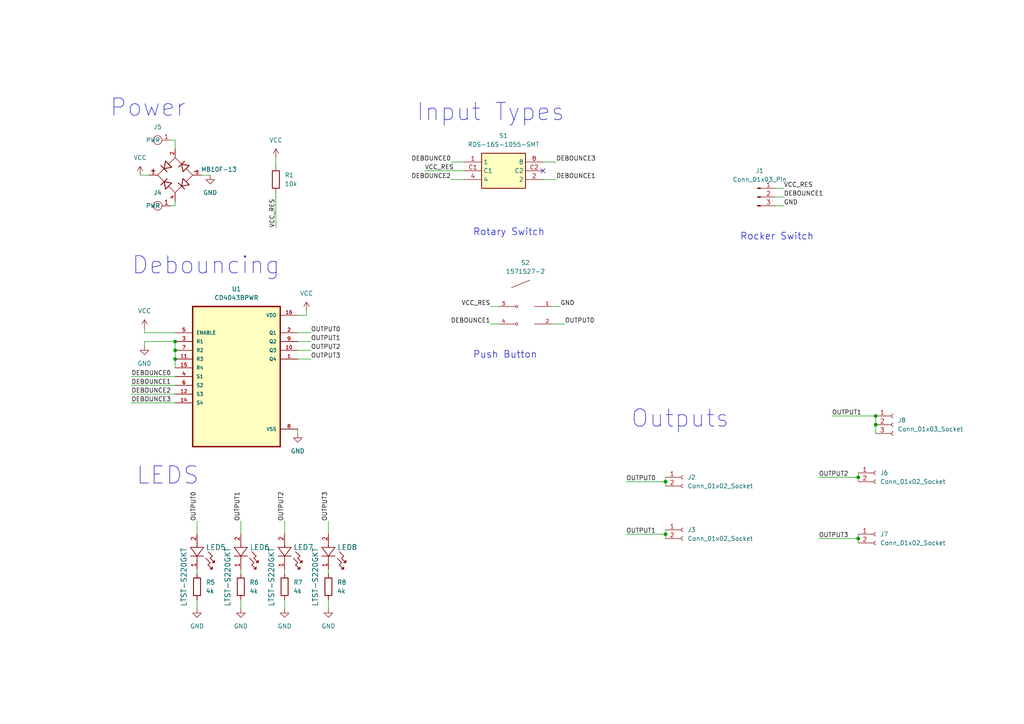
<source format=kicad_sch>
(kicad_sch (version 20230121) (generator eeschema)
  (paper "A4")
  (lib_symbols
    (symbol "Connector:Conn_01x02_Socket" (pin_names (offset 1.016) hide)
      (property "Reference" "J" (at 0 2.54 0))
      (property "Value" "Conn_01x02_Socket" (at 0 -5.08 0))
      (symbol "Conn_01x02_Socket_1_1"
        (arc (start 0 -2.032) (mid -0.5058 -2.54) (end 0 -3.048) (stroke (width 0.1524)))
        (polyline (pts (xy -1.27 -2.54) (xy -0.508 -2.54)) (stroke (width 0.1524)))
        (polyline (pts (xy -1.27 0) (xy -0.508 0)) (stroke (width 0.1524)))
        (arc (start 0 0.508) (mid -0.5058 0) (end 0 -0.508) (stroke (width 0.1524)))
        (pin passive line (at -5.08 0 0) (length 3.81) (name "Pin_1") (number "1"))
        (pin passive line (at -5.08 -2.54 0) (length 3.81) (name "Pin_2") (number "2"))
      )
    )
    (symbol "Connector:Conn_01x03_Pin" (pin_names (offset 1.016) hide)
      (property "Reference" "J" (at 0 5.08 0))
      (property "Value" "Conn_01x03_Pin" (at 0 -5.08 0))
      (symbol "Conn_01x03_Pin_1_1"
        (polyline (pts (xy 1.27 -2.54) (xy 0.8636 -2.54)) (stroke (width 0.1524)))
        (polyline (pts (xy 1.27 0) (xy 0.8636 0)) (stroke (width 0.1524)))
        (polyline (pts (xy 1.27 2.54) (xy 0.8636 2.54)) (stroke (width 0.1524)))
        (rectangle (start 0.8636 -2.413) (end 0 -2.667) (stroke (width 0.1524)) (fill (type outline)))
        (rectangle (start 0.8636 0.127) (end 0 -0.127) (stroke (width 0.1524)) (fill (type outline)))
        (rectangle (start 0.8636 2.667) (end 0 2.413) (stroke (width 0.1524)) (fill (type outline)))
        (pin passive line (at 5.08 2.54 180) (length 3.81) (name "Pin_1") (number "1"))
        (pin passive line (at 5.08 0 180) (length 3.81) (name "Pin_2") (number "2"))
        (pin passive line (at 5.08 -2.54 180) (length 3.81) (name "Pin_3") (number "3"))
      )
    )
    (symbol "Device:R" (pin_numbers hide) (pin_names (offset 0))
      (property "Reference" "R" (at 2.032 0 90))
      (property "Value" "R" (at 0 0 90))
      (symbol "R_0_1"
        (rectangle (start -1.016 -2.54) (end 1.016 2.54) (stroke (width 0.254)))
      )
      (symbol "R_1_1"
        (pin passive line (at 0 3.81 270) (length 1.27) (name "~") (number "1"))
        (pin passive line (at 0 -3.81 90) (length 1.27) (name "~") (number "2"))
      )
    )
    (symbol "DigitalLogicLibrary:1571527-2" (pin_names (offset 1.016))
      (property "Reference" "S2" (at 0 -12.7 0))
      (property "Value" "1571527-2" (at 0 -10.16 0))
      (symbol "1571527-2_0_0"
        (polyline (pts (xy -2.54 0) (xy -5.08 0)) (stroke (width 0.1524)))
        (polyline (pts (xy -2.54 5.08) (xy -5.08 5.08)) (stroke (width 0.1524)))
        (polyline (pts (xy -1.27 -7.62) (xy 4.064 -5.4864)) (stroke (width 0.1524)))
        (polyline (pts (xy 5.08 0) (xy 2.921 0)) (stroke (width 0.1524)))
        (polyline (pts (xy 5.08 5.08) (xy 2.921 5.08)) (stroke (width 0.1524)))
        (circle (center 2.54 0) (radius 0.3302) (stroke (width 0.1524)))
        (circle (center 2.54 5.08) (radius 0.3302) (stroke (width 0.1524)))
        (pin passive line (at -7.62 0 0) (length 2.54) (name "~") (number "1"))
        (pin passive line (at 7.62 0 180) (length 2.54) (name "~") (number "3"))
      )
      (symbol "1571527-2_1_0"
        (pin passive line (at -7.62 5.08 0) (length 2.54) (name "~") (number "2"))
        (pin passive line (at 7.62 5.08 180) (length 2.54) (name "~") (number "4"))
      )
    )
    (symbol "DigitalLogicLibrary:8mm_snap" (in_bom no)
      (property "Reference" "J" (at 0 0 0))
      (symbol "8mm_snap_0_1"
        (circle (center 0 0) (radius 1.27))
      )
      (symbol "8mm_snap_1_1"
        (pin output line (at 3.81 0 180) (length 2.54) (name "PWR") (number "1"))
      )
    )
    (symbol "DigitalLogicLibrary:CD4043BPWR" (pin_names (offset 1.016))
      (property "Reference" "U" (at -12.7 21.32 0))
      (property "Value" "CD4043BPWR" (at -12.7 -24.32 0))
      (symbol "CD4043BPWR_0_0"
        (rectangle (start -12.7 20.32) (end 12.7 -20.32) (stroke (width 0.41)) (fill (type background)))
        (pin output line (at 17.78 5.08 180) (length 5.08) (name "Q4") (number "1"))
        (pin output line (at 17.78 7.62 180) (length 5.08) (name "Q3") (number "10"))
        (pin input line (at -17.78 5.08 0) (length 5.08) (name "R3") (number "11"))
        (pin input line (at -17.78 -5.08 0) (length 5.08) (name "S3") (number "12"))
        (pin input line (at -17.78 -7.62 0) (length 5.08) (name "S4") (number "14"))
        (pin input line (at -17.78 2.54 0) (length 5.08) (name "R4") (number "15"))
        (pin power_in line (at 17.78 17.78 180) (length 5.08) (name "VDD") (number "16"))
        (pin output line (at 17.78 12.7 180) (length 5.08) (name "Q1") (number "2"))
        (pin input line (at -17.78 10.16 0) (length 5.08) (name "R1") (number "3"))
        (pin input line (at -17.78 0 0) (length 5.08) (name "S1") (number "4"))
        (pin input line (at -17.78 12.7 0) (length 5.08) (name "ENABLE") (number "5"))
        (pin input line (at -17.78 -2.54 0) (length 5.08) (name "S2") (number "6"))
        (pin input line (at -17.78 7.62 0) (length 5.08) (name "R2") (number "7"))
        (pin power_in line (at 17.78 -15.24 180) (length 5.08) (name "VSS") (number "8"))
        (pin output line (at 17.78 10.16 180) (length 5.08) (name "Q2") (number "9"))
      )
    )
    (symbol "DigitalLogicLibrary:Conn_01x03_Socket" (pin_names (offset 1.016) hide)
      (property "Reference" "J" (at 0 5.08 0))
      (property "Value" "Conn_01x03_Socket" (at 0 -5.08 0))
      (symbol "Conn_01x03_Socket_1_1"
        (arc (start 0 -2.032) (mid -0.5058 -2.54) (end 0 -3.048) (stroke (width 0.1524)))
        (polyline (pts (xy -1.27 -2.54) (xy -0.508 -2.54)) (stroke (width 0.1524)))
        (polyline (pts (xy -1.27 0) (xy -0.508 0)) (stroke (width 0.1524)))
        (polyline (pts (xy -1.27 2.54) (xy -0.508 2.54)) (stroke (width 0.1524)))
        (arc (start 0 0.508) (mid -0.5058 0) (end 0 -0.508) (stroke (width 0.1524)))
        (arc (start 0 3.048) (mid -0.5058 2.54) (end 0 2.032) (stroke (width 0.1524)))
        (pin passive line (at -5.08 2.54 0) (length 3.81) (name "Pin_1") (number "1"))
        (pin passive line (at -5.08 0 0) (length 3.81) (name "Pin_2") (number "2"))
        (pin passive line (at -5.08 -2.54 0) (length 3.81) (name "Pin_3") (number "3"))
      )
    )
    (symbol "DigitalLogicLibrary:LTST-S220GKT" (pin_names (offset 0.254))
      (property "Reference" "LED" (at 5.08 -4.445 0))
      (property "Value" "LTST-S220GKT" (at 5.08 -7.62 0))
      (symbol "LTST-S220GKT_1_1"
        (polyline (pts (xy 2.54 0) (xy 3.4798 0)) (stroke (width 0.2032)))
        (polyline (pts (xy 3.175 0) (xy 3.81 0)) (stroke (width 0.2032)))
        (polyline (pts (xy 3.81 -1.905) (xy 6.35 0)) (stroke (width 0.2032)))
        (polyline (pts (xy 3.81 1.905) (xy 3.81 -1.905)) (stroke (width 0.2032)))
        (polyline (pts (xy 5.08 3.175) (xy 6.35 4.445)) (stroke (width 0.2032)))
        (polyline (pts (xy 6.35 -1.905) (xy 6.35 1.905)) (stroke (width 0.2032)))
        (polyline (pts (xy 6.35 0) (xy 3.81 1.905)) (stroke (width 0.2032)))
        (polyline (pts (xy 6.35 0) (xy 7.62 0)) (stroke (width 0.2032)))
        (polyline (pts (xy 6.35 4.445) (xy 6.985 3.81)) (stroke (width 0.2032)))
        (polyline (pts (xy 6.985 2.54) (xy 8.255 3.81)) (stroke (width 0.2032)))
        (polyline (pts (xy 6.985 3.81) (xy 8.255 5.08)) (stroke (width 0.2032)))
        (polyline (pts (xy 7.62 5.08) (xy 8.255 4.445)) (stroke (width 0.2032)))
        (polyline (pts (xy 8.255 3.81) (xy 8.89 3.175)) (stroke (width 0.2032)))
        (polyline (pts (xy 8.255 4.445) (xy 8.255 5.08)) (stroke (width 0.2032)))
        (polyline (pts (xy 8.255 5.08) (xy 7.62 5.08)) (stroke (width 0.2032)))
        (polyline (pts (xy 8.89 3.175) (xy 10.16 4.445)) (stroke (width 0.2032)))
        (polyline (pts (xy 9.525 4.445) (xy 10.16 3.81)) (stroke (width 0.2032)))
        (polyline (pts (xy 10.16 3.81) (xy 10.16 4.445)) (stroke (width 0.2032)))
        (polyline (pts (xy 10.16 4.445) (xy 9.525 4.445)) (stroke (width 0.2032)))
        (pin unspecified line (at 10.16 0 180) (length 2.54) (name "") (number "1"))
        (pin unspecified line (at 0 0 0) (length 2.54) (name "") (number "2"))
      )
      (symbol "LTST-S220GKT_1_2"
        (polyline (pts (xy -5.08 7.62) (xy -4.445 8.255)) (stroke (width 0.2032)))
        (polyline (pts (xy -5.08 8.255) (xy -5.08 7.62)) (stroke (width 0.2032)))
        (polyline (pts (xy -4.445 6.35) (xy -3.81 6.985)) (stroke (width 0.2032)))
        (polyline (pts (xy -4.445 8.255) (xy -5.08 8.255)) (stroke (width 0.2032)))
        (polyline (pts (xy -4.445 9.525) (xy -3.81 10.16)) (stroke (width 0.2032)))
        (polyline (pts (xy -4.445 10.16) (xy -4.445 9.525)) (stroke (width 0.2032)))
        (polyline (pts (xy -3.81 6.985) (xy -5.08 8.255)) (stroke (width 0.2032)))
        (polyline (pts (xy -3.81 8.255) (xy -3.175 8.89)) (stroke (width 0.2032)))
        (polyline (pts (xy -3.81 10.16) (xy -4.445 10.16)) (stroke (width 0.2032)))
        (polyline (pts (xy -3.175 5.08) (xy -4.445 6.35)) (stroke (width 0.2032)))
        (polyline (pts (xy -3.175 8.89) (xy -4.445 10.16)) (stroke (width 0.2032)))
        (polyline (pts (xy -2.54 6.985) (xy -3.81 8.255)) (stroke (width 0.2032)))
        (polyline (pts (xy -1.905 3.81) (xy 1.905 3.81)) (stroke (width 0.2032)))
        (polyline (pts (xy 0 2.54) (xy 0 3.4798)) (stroke (width 0.2032)))
        (polyline (pts (xy 0 3.175) (xy 0 3.81)) (stroke (width 0.2032)))
        (polyline (pts (xy 0 6.35) (xy -1.905 3.81)) (stroke (width 0.2032)))
        (polyline (pts (xy 0 6.35) (xy 0 7.62)) (stroke (width 0.2032)))
        (polyline (pts (xy 1.905 3.81) (xy 0 6.35)) (stroke (width 0.2032)))
        (polyline (pts (xy 1.905 6.35) (xy -1.905 6.35)) (stroke (width 0.2032)))
        (pin unspecified line (at 0 10.16 270) (length 2.54) (name "") (number "1"))
        (pin unspecified line (at 0 0 90) (length 2.54) (name "") (number "2"))
      )
    )
    (symbol "DigitalLogicLibrary:MB10F-13" (pin_names (offset 1.016))
      (property "Reference" "D" (at 5.08 5.08 0))
      (property "Value" "MB10F-13" (at 5.08 -7.62 0))
      (symbol "MB10F-13_0_0"
        (polyline (pts (xy -6.858 1.27) (xy -5.842 1.27)) (stroke (width 0.254)))
        (polyline (pts (xy -6.35 0.762) (xy -6.35 1.778)) (stroke (width 0.254)))
        (polyline (pts (xy -5.08 0) (xy -3.175 -1.905)) (stroke (width 0.1524)))
        (polyline (pts (xy -3.175 -1.905) (xy -2.794 -4.064)) (stroke (width 0.254)))
        (polyline (pts (xy -3.175 -1.905) (xy -1.016 -2.286)) (stroke (width 0.254)))
        (polyline (pts (xy -3.175 1.905) (xy -5.08 0)) (stroke (width 0.1524)))
        (polyline (pts (xy -3.175 1.905) (xy -2.794 4.064)) (stroke (width 0.254)))
        (polyline (pts (xy -3.175 1.905) (xy -1.016 2.286)) (stroke (width 0.254)))
        (polyline (pts (xy -2.3622 -1.0668) (xy -4.1402 -2.8448)) (stroke (width 0.254)))
        (polyline (pts (xy -2.3622 1.016) (xy -4.1402 2.794)) (stroke (width 0.254)))
        (polyline (pts (xy -1.016 -2.286) (xy -2.794 -4.064)) (stroke (width 0.254)))
        (polyline (pts (xy -1.016 2.286) (xy -2.794 4.064)) (stroke (width 0.254)))
        (polyline (pts (xy 0 -5.08) (xy -1.8034 -3.2766)) (stroke (width 0.1524)))
        (polyline (pts (xy 0 -5.08) (xy 1.905 -3.175)) (stroke (width 0.1524)))
        (polyline (pts (xy 0 5.08) (xy -1.8034 3.2766)) (stroke (width 0.1524)))
        (polyline (pts (xy 1.905 -3.175) (xy 2.286 -1.016)) (stroke (width 0.254)))
        (polyline (pts (xy 1.905 -3.175) (xy 4.064 -2.794)) (stroke (width 0.254)))
        (polyline (pts (xy 1.905 3.175) (xy 0 5.08)) (stroke (width 0.1524)))
        (polyline (pts (xy 1.905 3.175) (xy 2.286 1.016)) (stroke (width 0.254)))
        (polyline (pts (xy 1.905 3.175) (xy 4.064 2.794)) (stroke (width 0.254)))
        (polyline (pts (xy 2.7178 -4.0386) (xy 0.9398 -2.2606)) (stroke (width 0.254)))
        (polyline (pts (xy 2.7178 4.0386) (xy 1.0668 2.3876)) (stroke (width 0.254)))
        (polyline (pts (xy 3.2766 -1.8034) (xy 5.08 0)) (stroke (width 0.1524)))
        (polyline (pts (xy 4.064 -2.794) (xy 2.286 -1.016)) (stroke (width 0.254)))
        (polyline (pts (xy 4.064 2.794) (xy 2.286 1.016)) (stroke (width 0.254)))
        (polyline (pts (xy 5.08 0) (xy 3.2766 1.8034)) (stroke (width 0.1524)))
        (polyline (pts (xy 5.588 1.016) (xy 6.604 1.016)) (stroke (width 0.254)))
        (pin passive line (at -7.62 0 0) (length 2.54) (name "~") (number "1"))
        (pin passive line (at 0 7.62 270) (length 2.54) (name "~") (number "2"))
        (pin passive line (at 7.62 0 180) (length 2.54) (name "~") (number "3"))
        (pin passive line (at 0 -7.62 90) (length 2.54) (name "~") (number "4"))
      )
    )
    (symbol "DigitalLogicLibrary:RDS-16S-1055-SMT"
      (property "Reference" "S" (at 19.05 7.62 0))
      (property "Value" "RDS-16S-1055-SMT" (at 19.05 5.08 0))
      (symbol "RDS-16S-1055-SMT_1_1"
        (rectangle (start 5.08 2.54) (end 17.78 -7.62) (stroke (width 0.254)) (fill (type background)))
        (pin passive line (at 0 0 0) (length 5.08) (name "1") (number "1"))
        (pin passive line (at 22.86 -5.08 180) (length 5.08) (name "2") (number "2"))
        (pin passive line (at 0 -5.08 0) (length 5.08) (name "4") (number "4"))
        (pin passive line (at 22.86 0 180) (length 5.08) (name "8") (number "8"))
        (pin passive line (at 0 -2.54 0) (length 5.08) (name "C1") (number "C1"))
        (pin passive line (at 22.86 -2.54 180) (length 5.08) (name "C2") (number "C2"))
      )
    )
    (symbol "power:GND" (power) (pin_names (offset 0))
      (property "Value" "GND" (at 0 -3.81 0))
      (symbol "GND_0_1"
        (polyline (pts (xy 0 0) (xy 0 -1.27) (xy 1.27 -1.27) (xy 0 -2.54) (xy -1.27 -1.27) (xy 0 -1.27)))
      )
      (symbol "GND_1_1"
        (pin power_in line (at 0 0 270) (length 0) hide (name "GND") (number "1"))
      )
    )
    (symbol "power:VCC" (power) (pin_names (offset 0))
      (property "Value" "VCC" (at 0 3.81 0))
      (symbol "VCC_0_1"
        (polyline (pts (xy -0.762 1.27) (xy 0 2.54)))
        (polyline (pts (xy 0 0) (xy 0 2.54)))
        (polyline (pts (xy 0 2.54) (xy 0.762 1.27)))
      )
      (symbol "VCC_1_1"
        (pin power_in line (at 0 0 90) (length 0) hide (name "VCC") (number "1"))
      )
    )
  )
  (junction (at 193.04 139.7))
  (junction (at 50.8 101.6))
  (junction (at 254 123.19))
  (junction (at 193.04 154.94))
  (junction (at 50.8 104.14))
  (junction (at 248.92 138.43))
  (junction (at 50.8 99.06))
  (junction (at 248.92 156.21))
  (junction (at 254 120.65))
  (no_connect (at 157.48 49.53))
  (wire (pts (xy 50.8 104.14) (xy 50.8 106.68)))
  (wire (pts (xy 224.79 59.69) (xy 227.33 59.69)))
  (wire (pts (xy 38.1 116.84) (xy 50.8 116.84)))
  (wire (pts (xy 50.8 101.6) (xy 50.8 104.14)))
  (wire (pts (xy 86.36 124.46) (xy 86.36 125.73)))
  (wire (pts (xy 41.91 99.06) (xy 50.8 99.06)))
  (wire (pts (xy 50.8 58.42) (xy 50.8 59.69)))
  (wire (pts (xy 142.24 88.9) (xy 144.78 88.9)))
  (wire (pts (xy 41.91 96.52) (xy 41.91 95.25)))
  (wire (pts (xy 86.36 99.06) (xy 90.17 99.06)))
  (wire (pts (xy 160.02 88.9) (xy 162.56 88.9)))
  (wire (pts (xy 224.79 57.15) (xy 227.33 57.15)))
  (wire (pts (xy 57.15 151.13) (xy 57.15 154.94)))
  (wire (pts (xy 241.3 120.65) (xy 254 120.65)))
  (wire (pts (xy 86.36 101.6) (xy 90.17 101.6)))
  (wire (pts (xy 38.1 111.76) (xy 50.8 111.76)))
  (wire (pts (xy 69.85 151.13) (xy 69.85 154.94)))
  (wire (pts (xy 157.48 52.07) (xy 161.29 52.07)))
  (wire (pts (xy 142.24 93.98) (xy 144.78 93.98)))
  (wire (pts (xy 248.92 154.94) (xy 248.92 156.21)))
  (wire (pts (xy 86.36 96.52) (xy 90.17 96.52)))
  (wire (pts (xy 157.48 46.99) (xy 161.29 46.99)))
  (wire (pts (xy 41.91 99.06) (xy 41.91 100.33)))
  (wire (pts (xy 160.02 93.98) (xy 163.83 93.98)))
  (wire (pts (xy 254 123.19) (xy 254 125.73)))
  (wire (pts (xy 193.04 154.94) (xy 193.04 156.21)))
  (wire (pts (xy 193.04 153.67) (xy 193.04 154.94)))
  (wire (pts (xy 40.64 50.8) (xy 43.18 50.8)))
  (wire (pts (xy 50.8 99.06) (xy 50.8 101.6)))
  (wire (pts (xy 49.53 40.64) (xy 50.8 40.64)))
  (wire (pts (xy 82.55 151.13) (xy 82.55 154.94)))
  (wire (pts (xy 248.92 137.16) (xy 248.92 138.43)))
  (wire (pts (xy 58.42 50.8) (xy 60.96 50.8)))
  (wire (pts (xy 95.25 165.1) (xy 95.25 166.37)))
  (wire (pts (xy 80.01 55.88) (xy 80.01 66.04)))
  (wire (pts (xy 224.79 54.61) (xy 227.33 54.61)))
  (wire (pts (xy 134.62 52.07) (xy 130.81 52.07)))
  (wire (pts (xy 254 120.65) (xy 254 123.19)))
  (wire (pts (xy 134.62 46.99) (xy 130.81 46.99)))
  (wire (pts (xy 95.25 151.13) (xy 95.25 154.94)))
  (wire (pts (xy 80.01 45.72) (xy 80.01 48.26)))
  (wire (pts (xy 237.49 156.21) (xy 248.92 156.21)))
  (wire (pts (xy 38.1 114.3) (xy 50.8 114.3)))
  (wire (pts (xy 237.49 138.43) (xy 248.92 138.43)))
  (wire (pts (xy 88.9 90.17) (xy 88.9 91.44)))
  (wire (pts (xy 50.8 59.69) (xy 49.53 59.69)))
  (wire (pts (xy 181.61 154.94) (xy 193.04 154.94)))
  (wire (pts (xy 82.55 165.1) (xy 82.55 166.37)))
  (wire (pts (xy 50.8 96.52) (xy 41.91 96.52)))
  (wire (pts (xy 193.04 139.7) (xy 193.04 140.97)))
  (wire (pts (xy 69.85 173.99) (xy 69.85 176.53)))
  (wire (pts (xy 181.61 139.7) (xy 193.04 139.7)))
  (wire (pts (xy 57.15 173.99) (xy 57.15 176.53)))
  (wire (pts (xy 248.92 156.21) (xy 248.92 157.48)))
  (wire (pts (xy 57.15 165.1) (xy 57.15 166.37)))
  (wire (pts (xy 123.19 49.53) (xy 134.62 49.53)))
  (wire (pts (xy 193.04 138.43) (xy 193.04 139.7)))
  (wire (pts (xy 86.36 104.14) (xy 90.17 104.14)))
  (wire (pts (xy 248.92 138.43) (xy 248.92 139.7)))
  (wire (pts (xy 38.1 109.22) (xy 50.8 109.22)))
  (wire (pts (xy 69.85 165.1) (xy 69.85 166.37)))
  (wire (pts (xy 95.25 173.99) (xy 95.25 176.53)))
  (wire (pts (xy 82.55 173.99) (xy 82.55 176.53)))
  (wire (pts (xy 50.8 40.64) (xy 50.8 43.18)))
  (wire (pts (xy 88.9 91.44) (xy 86.36 91.44)))
  (text "Rocker Switch\n" (at 214.63 69.85 0) (effects (font (size 2 2)) (justify left bottom)))
  (text "LEDS" (at 39.37 140.97 0) (effects (font (size 5 5)) (justify left bottom)))
  (text "Power" (at 31.75 34.29 0) (effects (font (size 5 5)) (justify left bottom)))
  (text "Push Button" (at 137.16 104.14 0) (effects (font (size 2 2)) (justify left bottom)))
  (text "Rotary Switch" (at 137.16 68.58 0) (effects (font (size 2 2)) (justify left bottom)))
  (text "Debouncing" (at 38.1 80.01 0) (effects (font (size 5 5)) (justify left bottom)))
  (text "Outputs" (at 182.88 124.46 0) (effects (font (size 5 5)) (justify left bottom)))
  (text "Input Types" (at 120.65 35.56 0) (effects (font (size 5 5)) (justify left bottom)))
  (label "OUTPUT2" (at 90.17 101.6 0))
  (label "DEBOUNCE3" (at 38.1 116.84 0))
  (label "VCC_RES" (at 123.19 49.53 0))
  (label "OUTPUT0" (at 57.15 151.13 90))
  (label "GND" (at 162.56 88.9 0))
  (label "OUTPUT3" (at 95.25 151.13 90))
  (label "DEBOUNCE1" (at 227.33 57.15 0))
  (label "DEBOUNCE3" (at 161.29 46.99 0))
  (label "DEBOUNCE1" (at 38.1 111.76 0))
  (label "OUTPUT0" (at 181.61 139.7 0))
  (label "OUTPUT1" (at 90.17 99.06 0))
  (label "DEBOUNCE2" (at 38.1 114.3 0))
  (label "VCC_RES" (at 80.01 66.04 90))
  (label "OUTPUT2" (at 237.49 138.43 0))
  (label "OUTPUT0" (at 90.17 96.52 0))
  (label "DEBOUNCE2" (at 130.81 52.07 180))
  (label "DEBOUNCE0" (at 130.81 46.99 180))
  (label "OUTPUT3" (at 90.17 104.14 0))
  (label "DEBOUNCE1" (at 142.24 93.98 180))
  (label "DEBOUNCE0" (at 38.1 109.22 0))
  (label "OUTPUT3" (at 237.49 156.21 0))
  (label "VCC_RES" (at 142.24 88.9 180))
  (label "OUTPUT2" (at 82.55 151.13 90))
  (label "VCC_RES" (at 227.33 54.61 0))
  (label "OUTPUT1" (at 181.61 154.94 0))
  (label "GND" (at 227.33 59.69 0))
  (label "DEBOUNCE1" (at 161.29 52.07 0))
  (label "OUTPUT0" (at 163.83 93.98 0))
  (label "OUTPUT1" (at 69.85 151.13 90))
  (label "OUTPUT1" (at 241.3 120.65 0))
  (symbol (lib_id "power:VCC") (at 80.01 45.72 0) (unit 1)
    (property "Reference" "#PWR05" (effects hide))
    (property "Value" "VCC" (at 80.01 40.64 0))
  )
  (symbol (lib_id "Device:R") (at 69.85 170.18 0) (unit 1)
    (property "Reference" "R6" (at 72.39 168.91 0) (effects (justify left)))
    (property "Value" "4k" (at 72.39 171.45 0) (effects (justify left)))
    (property "Footprint" "Resistor_SMD:R_0805_2012Metric_Pad1.20x1.40mm_HandSolder" (effects hide))
  )
  (symbol (lib_id "power:GND") (at 95.25 176.53 0) (unit 1)
    (property "Reference" "#PWR013" (effects hide))
    (property "Value" "GND" (at 95.25 181.61 0))
  )
  (symbol (lib_id "power:VCC") (at 41.91 95.25 0) (unit 1)
    (property "Reference" "#PWR06" (effects hide))
    (property "Value" "VCC" (at 41.91 90.17 0))
  )
  (symbol (lib_id "DigitalLogicLibrary:RDS-16S-1055-SMT") (at 134.62 46.99 0) (unit 1)
    (property "Reference" "S1" (at 146.05 39.37 0))
    (property "Value" "RDS-16S-1055-SMT" (at 146.05 41.91 0))
    (property "Footprint" "DigitalLogicFootprints:RDS16S1055SMT" (effects hide))
    (property "Datasheet" "https://www.cuidevices.com/product/resource/pdf/rds-1055-smt.pdf" (effects hide))
    (property "Height" "5.9" (effects hide))
    (property "Mouser Part Number" "490-RDS-16S-1055-SMT" (effects hide))
    (property "Mouser Price/Stock" "https://www.mouser.co.uk/ProductDetail/CUI-Devices/RDS-16S-1055-SMT?qs=7MVldsJ5UawRwCmvBlwhsQ%3D%3D" (effects hide))
    (property "Manufacturer_Name" "CUI Devices" (effects hide))
    (property "Manufacturer_Part_Number" "RDS-16S-1055-SMT" (effects hide))
  )
  (symbol (lib_id "Device:R") (at 95.25 170.18 0) (unit 1)
    (property "Reference" "R8" (at 97.79 168.91 0) (effects (justify left)))
    (property "Value" "4k" (at 97.79 171.45 0) (effects (justify left)))
    (property "Footprint" "Resistor_SMD:R_0805_2012Metric_Pad1.20x1.40mm_HandSolder" (effects hide))
  )
  (symbol (lib_id "power:GND") (at 57.15 176.53 0) (unit 1)
    (property "Reference" "#PWR010" (effects hide))
    (property "Value" "GND" (at 57.15 181.61 0))
  )
  (symbol (lib_id "power:GND") (at 69.85 176.53 0) (unit 1)
    (property "Reference" "#PWR011" (effects hide))
    (property "Value" "GND" (at 69.85 181.61 0))
  )
  (symbol (lib_id "Connector:Conn_01x03_Pin") (at 219.71 57.15 0) (unit 1)
    (property "Reference" "J1" (at 220.345 49.53 0))
    (property "Value" "Conn_01x03_Pin" (at 220.345 52.07 0))
    (property "Footprint" "Connector_PinHeader_2.54mm:PinHeader_1x03_P2.54mm_Vertical" (effects hide))
  )
  (symbol (lib_id "DigitalLogicLibrary:1571527-2") (at 152.4 88.9 180) (unit 1)
    (property "Reference" "S2" (at 152.4 76.2 0))
    (property "Value" "1571527-2" (at 152.4 78.74 0))
    (property "Footprint" "DigitalLogicFootprints:SW_1571527-2" (effects hide))
    (property "Comment" "1571527-2" (effects hide))
    (property "MF" "TE Connectivity / AMP" (effects hide))
    (property "MAXIMUM_PACKAGE_HEIGHT" "5.25mm" (effects hide))
    (property "Package" "None" (effects hide))
    (property "Check_prices" "https://www.snapeda.com/parts/1571527-2/TE+Connectivity+%252F+AMP/view-part/?ref=eda" (effects hide))
    (property "STANDARD" "Manufacturer Recommendations" (effects hide))
    (property "PARTREV" "V" (effects hide))
    (property "SnapEDA_Link" "https://www.snapeda.com/parts/1571527-2/TE+Connectivity+%252F+AMP/view-part/?ref=snap" (effects hide))
    (property "MP" "1571527-2" (effects hide))
    (property "Purchase-URL" "https://www.snapeda.com/api/url_track_click_mouser/?unipart_id=491702&manufacturer=TE Connectivity / AMP&part_name=1571527-2&search_term=1571527-2" (effects hide))
    (property "EU_RoHS_Compliance" "Compliant" (effects hide))
    (property "Description" "\nSwitch Tactile OFF (ON) SPST Round Button Gull Wing 0.05A 24VDC 0.98N SMD T/R\n" (effects hide))
    (property "MANUFACTURER" "TE" (effects hide))
  )
  (symbol (lib_id "Device:R") (at 80.01 52.07 0) (unit 1)
    (property "Reference" "R1" (at 82.55 50.8 0) (effects (justify left)))
    (property "Value" "10k" (at 82.55 53.34 0) (effects (justify left)))
    (property "Footprint" "Resistor_SMD:R_0805_2012Metric_Pad1.20x1.40mm_HandSolder" (effects hide))
  )
  (symbol (lib_id "Connector:Conn_01x02_Socket") (at 254 154.94 0) (unit 1)
    (property "Reference" "J7" (at 255.27 154.94 0) (effects (justify left)))
    (property "Value" "Conn_01x02_Socket" (at 255.27 157.48 0) (effects (justify left)))
    (property "Footprint" "Connector_PinHeader_2.54mm:PinHeader_1x02_P2.54mm_Vertical" (effects hide))
  )
  (symbol (lib_id "DigitalLogicLibrary:Conn_01x03_Socket") (at 259.08 123.19 0) (unit 1)
    (property "Reference" "J8" (at 260.35 121.92 0) (effects (justify left)))
    (property "Value" "Conn_01x03_Socket" (at 260.35 124.46 0) (effects (justify left)))
    (property "Footprint" "Connector_PinSocket_2.54mm:PinSocket_1x03_P2.54mm_Vertical" (effects hide))
  )
  (symbol (lib_id "DigitalLogicLibrary:LTST-S220GKT") (at 57.15 154.94 270) (unit 1)
    (property "Reference" "LED5" (at 59.69 158.75 90) (effects (font (size 1.524 1.524)) (justify left)))
    (property "Value" "LTST-S220GKT" (at 53.34 158.75 0) (effects (font (size 1.524 1.524)) (justify left)))
    (property "Footprint" "LED_LTST-S220GKT_LTO" (effects hide))
    (property "Datasheet" "LTST-S220GKT" (effects hide))
  )
  (symbol (lib_id "power:GND") (at 41.91 100.33 0) (unit 1)
    (property "Reference" "#PWR03" (effects hide))
    (property "Value" "GND" (at 41.91 105.41 0))
  )
  (symbol (lib_id "DigitalLogicLibrary:CD4043BPWR") (at 68.58 109.22 0) (unit 1)
    (property "Reference" "U1" (at 68.58 83.82 0))
    (property "Value" "CD4043BPWR" (at 68.58 86.36 0))
    (property "Footprint" "DigitalLogicFootprints:SOP65P640X120-16N" (effects hide))
    (property "DigiKey_Part_Number" "296-14106-2-ND" (effects hide))
    (property "MF" "Texas Instruments" (effects hide))
    (property "Purchase-URL" "https://www.snapeda.com/api/url_track_click_mouser/?unipart_id=292810&manufacturer=Texas Instruments&part_name=CD4043BPWR&search_term=cd4043bpwr" (effects hide))
    (property "Package" "TSSOP-16 Texas Instruments" (effects hide))
    (property "SnapEDA_Link" "https://www.snapeda.com/parts/CD4043BPWR/Texas+Instruments/view-part/?ref=snap" (effects hide))
    (property "MP" "CD4043BPWR" (effects hide))
    (property "Description" "\nCMOS Quad NOR R/S Latch with 3-State Outputs\n" (effects hide))
    (property "Check_prices" "https://www.snapeda.com/parts/CD4043BPWR/Texas+Instruments/view-part/?ref=eda" (effects hide))
  )
  (symbol (lib_id "power:VCC") (at 88.9 90.17 0) (unit 1)
    (property "Reference" "#PWR01" (effects hide))
    (property "Value" "VCC" (at 88.9 85.09 0))
  )
  (symbol (lib_id "DigitalLogicLibrary:8mm_snap") (at 45.72 40.64 0) (unit 1) (in_bom no)
    (property "Reference" "J5" (at 45.72 36.83 0))
    (property "Value" "~" (at 45.72 40.64 0))
    (property "Footprint" "DigitalLogicFootprints:8mm-snap" (effects hide))
  )
  (symbol (lib_id "power:GND") (at 60.96 50.8 0) (unit 1)
    (property "Reference" "#PWR02" (effects hide))
    (property "Value" "GND" (at 60.96 55.88 0))
  )
  (symbol (lib_id "DigitalLogicLibrary:LTST-S220GKT") (at 95.25 154.94 270) (unit 1)
    (property "Reference" "LED8" (at 97.79 158.75 90) (effects (font (size 1.524 1.524)) (justify left)))
    (property "Value" "LTST-S220GKT" (at 91.44 158.75 0) (effects (font (size 1.524 1.524)) (justify left)))
    (property "Footprint" "LED_LTST-S220GKT_LTO" (effects hide))
    (property "Datasheet" "LTST-S220GKT" (effects hide))
  )
  (symbol (lib_id "Device:R") (at 57.15 170.18 0) (unit 1)
    (property "Reference" "R5" (at 59.69 168.91 0) (effects (justify left)))
    (property "Value" "4k" (at 59.69 171.45 0) (effects (justify left)))
    (property "Footprint" "Resistor_SMD:R_0805_2012Metric_Pad1.20x1.40mm_HandSolder" (effects hide))
  )
  (symbol (lib_id "power:GND") (at 86.36 125.73 0) (unit 1)
    (property "Reference" "#PWR07" (effects hide))
    (property "Value" "GND" (at 86.36 130.81 0))
  )
  (symbol (lib_id "power:GND") (at 82.55 176.53 0) (unit 1)
    (property "Reference" "#PWR012" (effects hide))
    (property "Value" "GND" (at 82.55 181.61 0))
  )
  (symbol (lib_id "DigitalLogicLibrary:LTST-S220GKT") (at 69.85 154.94 270) (unit 1)
    (property "Reference" "LED6" (at 72.39 158.75 90) (effects (font (size 1.524 1.524)) (justify left)))
    (property "Value" "LTST-S220GKT" (at 66.04 158.75 0) (effects (font (size 1.524 1.524)) (justify left)))
    (property "Footprint" "LED_LTST-S220GKT_LTO" (effects hide))
    (property "Datasheet" "LTST-S220GKT" (effects hide))
  )
  (symbol (lib_id "DigitalLogicLibrary:LTST-S220GKT") (at 82.55 154.94 270) (unit 1)
    (property "Reference" "LED7" (at 85.09 158.75 90) (effects (font (size 1.524 1.524)) (justify left)))
    (property "Value" "LTST-S220GKT" (at 78.74 158.75 0) (effects (font (size 1.524 1.524)) (justify left)))
    (property "Footprint" "LED_LTST-S220GKT_LTO" (effects hide))
    (property "Datasheet" "LTST-S220GKT" (effects hide))
  )
  (symbol (lib_id "power:VCC") (at 40.64 50.8 0) (unit 1)
    (property "Reference" "#PWR04" (effects hide))
    (property "Value" "VCC" (at 40.64 45.72 0))
  )
  (symbol (lib_id "Device:R") (at 82.55 170.18 0) (unit 1)
    (property "Reference" "R7" (at 85.09 168.91 0) (effects (justify left)))
    (property "Value" "4k" (at 85.09 171.45 0) (effects (justify left)))
    (property "Footprint" "Resistor_SMD:R_0805_2012Metric_Pad1.20x1.40mm_HandSolder" (effects hide))
  )
  (symbol (lib_id "Connector:Conn_01x02_Socket") (at 254 137.16 0) (unit 1)
    (property "Reference" "J6" (at 255.27 137.16 0) (effects (justify left)))
    (property "Value" "Conn_01x02_Socket" (at 255.27 139.7 0) (effects (justify left)))
    (property "Footprint" "Connector_PinSocket_2.54mm:PinSocket_1x02_P2.54mm_Vertical_SMD_Pin1Right" (effects hide))
  )
  (symbol (lib_id "DigitalLogicLibrary:MB10F-13") (at 50.8 50.8 0) (unit 1)
    (property "Reference" "D1" (effects hide))
    (property "Value" "MB10F-13" (at 63.5 49.1491 0))
    (property "Footprint" "DigitalLogicFootprints:DIOB_MB10F-13" (effects hide))
    (property "MF" "Diodes Zetex" (effects hide))
    (property "MAXIMUM_PACKAGE_HEIGHT" "1.8 mm" (effects hide))
    (property "Package" "None" (effects hide))
    (property "Price" "None" (effects hide))
    (property "Check_prices" "https://www.snapeda.com/parts/MB10F-13/Zetex/view-part/?ref=eda" (effects hide))
    (property "STANDARD" "Manufacturer Recommendations" (effects hide))
    (property "PARTREV" "3 - 2" (effects hide))
    (property "SnapEDA_Link" "https://www.snapeda.com/parts/MB10F-13/Zetex/view-part/?ref=snap" (effects hide))
    (property "MP" "MB10F-13" (effects hide))
    (property "Purchase-URL" "https://www.snapeda.com/api/url_track_click_mouser/?unipart_id=6347924&manufacturer=Diodes Zetex&part_name=MB10F-13&search_term=mb10f" (effects hide))
    (property "Description" "\nRectifier Bridge Diode Single 1KV 0.8A 4-Pin MBF T/R\n" (effects hide))
    (property "Availability" "In Stock" (effects hide))
    (property "MANUFACTURER" "Diodes Inc." (effects hide))
  )
  (symbol (lib_id "DigitalLogicLibrary:8mm_snap") (at 45.72 59.69 0) (unit 1) (in_bom no)
    (property "Reference" "J4" (at 45.72 55.88 0))
    (property "Value" "~" (at 45.72 59.69 0))
    (property "Footprint" "DigitalLogicFootprints:8mm-snap" (effects hide))
  )
  (symbol (lib_id "Connector:Conn_01x02_Socket") (at 198.12 153.67 0) (unit 1)
    (property "Reference" "J3" (at 199.39 153.67 0) (effects (justify left)))
    (property "Value" "Conn_01x02_Socket" (at 199.39 156.21 0) (effects (justify left)))
    (property "Footprint" "Connector_PinHeader_2.54mm:PinHeader_1x02_P2.54mm_Vertical" (effects hide))
  )
  (symbol (lib_id "Connector:Conn_01x02_Socket") (at 198.12 138.43 0) (unit 1)
    (property "Reference" "J2" (at 199.39 138.43 0) (effects (justify left)))
    (property "Value" "Conn_01x02_Socket" (at 199.39 140.97 0) (effects (justify left)))
    (property "Footprint" "Connector_PinSocket_2.54mm:PinSocket_1x02_P2.54mm_Vertical" (effects hide))
  )
)
</source>
